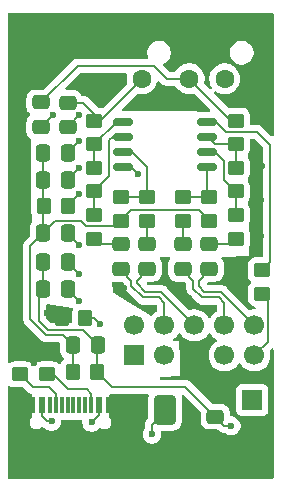
<source format=gbr>
%TF.GenerationSoftware,KiCad,Pcbnew,9.0.4*%
%TF.CreationDate,2025-09-28T00:51:41+02:00*%
%TF.ProjectId,BTM308-host-bottom,42544d33-3038-42d6-986f-73742d626f74,rev?*%
%TF.SameCoordinates,Original*%
%TF.FileFunction,Copper,L1,Top*%
%TF.FilePolarity,Positive*%
%FSLAX46Y46*%
G04 Gerber Fmt 4.6, Leading zero omitted, Abs format (unit mm)*
G04 Created by KiCad (PCBNEW 9.0.4) date 2025-09-28 00:51:41*
%MOMM*%
%LPD*%
G01*
G04 APERTURE LIST*
G04 Aperture macros list*
%AMRoundRect*
0 Rectangle with rounded corners*
0 $1 Rounding radius*
0 $2 $3 $4 $5 $6 $7 $8 $9 X,Y pos of 4 corners*
0 Add a 4 corners polygon primitive as box body*
4,1,4,$2,$3,$4,$5,$6,$7,$8,$9,$2,$3,0*
0 Add four circle primitives for the rounded corners*
1,1,$1+$1,$2,$3*
1,1,$1+$1,$4,$5*
1,1,$1+$1,$6,$7*
1,1,$1+$1,$8,$9*
0 Add four rect primitives between the rounded corners*
20,1,$1+$1,$2,$3,$4,$5,0*
20,1,$1+$1,$4,$5,$6,$7,0*
20,1,$1+$1,$6,$7,$8,$9,0*
20,1,$1+$1,$8,$9,$2,$3,0*%
G04 Aperture macros list end*
%TA.AperFunction,ComponentPad*%
%ADD10R,1.700000X1.700000*%
%TD*%
%TA.AperFunction,ComponentPad*%
%ADD11C,1.700000*%
%TD*%
%TA.AperFunction,SMDPad,CuDef*%
%ADD12RoundRect,0.250000X-0.337500X-0.475000X0.337500X-0.475000X0.337500X0.475000X-0.337500X0.475000X0*%
%TD*%
%TA.AperFunction,SMDPad,CuDef*%
%ADD13RoundRect,0.250000X0.450000X-0.350000X0.450000X0.350000X-0.450000X0.350000X-0.450000X-0.350000X0*%
%TD*%
%TA.AperFunction,SMDPad,CuDef*%
%ADD14RoundRect,0.250000X0.350000X0.450000X-0.350000X0.450000X-0.350000X-0.450000X0.350000X-0.450000X0*%
%TD*%
%TA.AperFunction,SMDPad,CuDef*%
%ADD15RoundRect,0.250000X-0.650000X1.000000X-0.650000X-1.000000X0.650000X-1.000000X0.650000X1.000000X0*%
%TD*%
%TA.AperFunction,SMDPad,CuDef*%
%ADD16RoundRect,0.162500X-0.650000X-0.162500X0.650000X-0.162500X0.650000X0.162500X-0.650000X0.162500X0*%
%TD*%
%TA.AperFunction,SMDPad,CuDef*%
%ADD17RoundRect,0.250000X-0.450000X0.350000X-0.450000X-0.350000X0.450000X-0.350000X0.450000X0.350000X0*%
%TD*%
%TA.AperFunction,SMDPad,CuDef*%
%ADD18RoundRect,0.250000X0.475000X-0.337500X0.475000X0.337500X-0.475000X0.337500X-0.475000X-0.337500X0*%
%TD*%
%TA.AperFunction,ComponentPad*%
%ADD19C,1.600000*%
%TD*%
%TA.AperFunction,SMDPad,CuDef*%
%ADD20RoundRect,0.250000X-0.350000X-0.450000X0.350000X-0.450000X0.350000X0.450000X-0.350000X0.450000X0*%
%TD*%
%TA.AperFunction,SMDPad,CuDef*%
%ADD21RoundRect,0.250000X-0.475000X0.337500X-0.475000X-0.337500X0.475000X-0.337500X0.475000X0.337500X0*%
%TD*%
%TA.AperFunction,SMDPad,CuDef*%
%ADD22RoundRect,0.250000X0.337500X0.475000X-0.337500X0.475000X-0.337500X-0.475000X0.337500X-0.475000X0*%
%TD*%
%TA.AperFunction,SMDPad,CuDef*%
%ADD23R,0.600000X1.450000*%
%TD*%
%TA.AperFunction,SMDPad,CuDef*%
%ADD24R,0.300000X1.450000*%
%TD*%
%TA.AperFunction,HeatsinkPad*%
%ADD25O,1.000000X2.100000*%
%TD*%
%TA.AperFunction,HeatsinkPad*%
%ADD26O,1.000000X1.600000*%
%TD*%
%TA.AperFunction,ViaPad*%
%ADD27C,0.600000*%
%TD*%
%TA.AperFunction,Conductor*%
%ADD28C,0.200000*%
%TD*%
G04 APERTURE END LIST*
D10*
%TO.P,J1,1,Pin_1*%
%TO.N,AGND*%
X155420000Y-85127500D03*
D11*
%TO.P,J1,2,Pin_2*%
X155420000Y-82587500D03*
%TO.P,J1,3,Pin_3*%
X157960000Y-85127500D03*
%TO.P,J1,4,Pin_4*%
%TO.N,/SPK_AN*%
X157960000Y-82587500D03*
%TO.P,J1,5,Pin_5*%
%TO.N,GND*%
X160500000Y-85127500D03*
%TO.P,J1,6,Pin_6*%
%TO.N,/SPK_AP*%
X160500000Y-82587500D03*
%TO.P,J1,7,Pin_7*%
%TO.N,/VCHG*%
X163040000Y-85127500D03*
%TO.P,J1,8,Pin_8*%
%TO.N,/SPK_BP*%
X163040000Y-82587500D03*
%TO.P,J1,9,Pin_9*%
%TO.N,/VBAT*%
X165580000Y-85127500D03*
%TO.P,J1,10,Pin_10*%
%TO.N,/SPK_BN*%
X165580000Y-82587500D03*
%TD*%
D12*
%TO.P,C5,1*%
%TO.N,/VREF*%
X147712500Y-70250000D03*
%TO.P,C5,2*%
%TO.N,AGND*%
X149787500Y-70250000D03*
%TD*%
D13*
%TO.P,R20,1*%
%TO.N,Net-(R20-Pad1)*%
X152000000Y-67250000D03*
%TO.P,R20,2*%
%TO.N,Net-(U3-Tip)*%
X152000000Y-65250000D03*
%TD*%
D14*
%TO.P,R16,1*%
%TO.N,/VBAT*%
X152250000Y-86500000D03*
%TO.P,R16,2*%
%TO.N,/VREF*%
X150250000Y-86500000D03*
%TD*%
D13*
%TO.P,R19,1*%
%TO.N,Net-(R12-Pad2)*%
X164000000Y-67250000D03*
%TO.P,R19,2*%
%TO.N,Net-(U3-Ring1)*%
X164000000Y-65250000D03*
%TD*%
D12*
%TO.P,C4,1*%
%TO.N,/VBAT*%
X147675000Y-77250000D03*
%TO.P,C4,2*%
%TO.N,AGND*%
X149750000Y-77250000D03*
%TD*%
D13*
%TO.P,R17,1*%
%TO.N,Net-(J2-CC1)*%
X145750000Y-86737500D03*
%TO.P,R17,2*%
%TO.N,GND*%
X145750000Y-84737500D03*
%TD*%
D12*
%TO.P,C3,1*%
%TO.N,/VBAT*%
X147675000Y-79500000D03*
%TO.P,C3,2*%
%TO.N,AGND*%
X149750000Y-79500000D03*
%TD*%
%TO.P,C12,1*%
%TO.N,/VREF*%
X150212500Y-84250000D03*
%TO.P,C12,2*%
%TO.N,/VBAT*%
X152287500Y-84250000D03*
%TD*%
D15*
%TO.P,D3,1,A1*%
%TO.N,/VCHG*%
X158000000Y-89737500D03*
%TO.P,D3,2,A2*%
%TO.N,GND*%
X158000000Y-93737500D03*
%TD*%
D16*
%TO.P,U2,1*%
%TO.N,Net-(R20-Pad1)*%
X154412500Y-65345000D03*
%TO.P,U2,2,-*%
%TO.N,Net-(U2A--)*%
X154412500Y-66615000D03*
%TO.P,U2,3,+*%
%TO.N,Net-(U2A-+)*%
X154412500Y-67885000D03*
%TO.P,U2,4,V-*%
%TO.N,AGND*%
X154412500Y-69155000D03*
%TO.P,U2,5,+*%
%TO.N,Net-(U2B-+)*%
X161587500Y-69155000D03*
%TO.P,U2,6,-*%
%TO.N,Net-(U2B--)*%
X161587500Y-67885000D03*
%TO.P,U2,7*%
%TO.N,Net-(R12-Pad2)*%
X161587500Y-66615000D03*
%TO.P,U2,8,V+*%
%TO.N,Net-(U2C-V+)*%
X161587500Y-65345000D03*
%TD*%
D17*
%TO.P,R9,1*%
%TO.N,Net-(U2A-+)*%
X154250000Y-71750000D03*
%TO.P,R9,2*%
%TO.N,/VREF*%
X154250000Y-73750000D03*
%TD*%
D13*
%TO.P,R6,1*%
%TO.N,Net-(C7-Pad2)*%
X152000000Y-75250000D03*
%TO.P,R6,2*%
%TO.N,Net-(U2A--)*%
X152000000Y-73250000D03*
%TD*%
%TO.P,R7,1*%
%TO.N,Net-(C8-Pad2)*%
X156500000Y-73750000D03*
%TO.P,R7,2*%
%TO.N,Net-(U2A-+)*%
X156500000Y-71750000D03*
%TD*%
D17*
%TO.P,R13,1*%
%TO.N,Net-(U2B-+)*%
X161750000Y-71750000D03*
%TO.P,R13,2*%
%TO.N,/VREF*%
X161750000Y-73750000D03*
%TD*%
D10*
%TO.P,J4,1,Pin_1*%
%TO.N,GND*%
X165400000Y-93800000D03*
%TD*%
D13*
%TO.P,R10,1*%
%TO.N,Net-(C6-Pad2)*%
X164000000Y-75250000D03*
%TO.P,R10,2*%
%TO.N,Net-(U2B--)*%
X164000000Y-73250000D03*
%TD*%
D10*
%TO.P,J3,1,Pin_1*%
%TO.N,/VBAT*%
X165400000Y-88900000D03*
%TD*%
D18*
%TO.P,C8,1*%
%TO.N,/SPK_AP*%
X156500000Y-77787500D03*
%TO.P,C8,2*%
%TO.N,Net-(C8-Pad2)*%
X156500000Y-75712500D03*
%TD*%
D19*
%TO.P,U3,1,Sleeve*%
%TO.N,GND*%
X155050000Y-57300000D03*
%TO.P,U3,2,Tip*%
%TO.N,Net-(U3-Tip)*%
X156050000Y-61700000D03*
%TO.P,U3,3,Ring1*%
%TO.N,Net-(U3-Ring1)*%
X160050000Y-61700000D03*
%TO.P,U3,4,Ring2*%
%TO.N,unconnected-(U3-Ring2-Pad4)*%
X163050000Y-61700000D03*
%TD*%
D18*
%TO.P,C6,1*%
%TO.N,/SPK_BN*%
X161750000Y-77787500D03*
%TO.P,C6,2*%
%TO.N,Net-(C6-Pad2)*%
X161750000Y-75712500D03*
%TD*%
D12*
%TO.P,C10,1*%
%TO.N,/VREF*%
X147712500Y-68000000D03*
%TO.P,C10,2*%
%TO.N,AGND*%
X149787500Y-68000000D03*
%TD*%
D13*
%TO.P,R11,1*%
%TO.N,Net-(C9-Pad2)*%
X159500000Y-73750000D03*
%TO.P,R11,2*%
%TO.N,Net-(U2B-+)*%
X159500000Y-71750000D03*
%TD*%
D20*
%TO.P,R15,1*%
%TO.N,/VREF*%
X147750000Y-72500000D03*
%TO.P,R15,2*%
%TO.N,AGND*%
X149750000Y-72500000D03*
%TD*%
D18*
%TO.P,C11,1*%
%TO.N,AGND*%
X147500000Y-65787500D03*
%TO.P,C11,2*%
%TO.N,Net-(U3-Ring1)*%
X147500000Y-63712500D03*
%TD*%
D21*
%TO.P,C1,1*%
%TO.N,/VBAT*%
X162250000Y-90312500D03*
%TO.P,C1,2*%
%TO.N,GND*%
X162250000Y-92387500D03*
%TD*%
D18*
%TO.P,C7,1*%
%TO.N,/SPK_AN*%
X154250000Y-77787500D03*
%TO.P,C7,2*%
%TO.N,Net-(C7-Pad2)*%
X154250000Y-75712500D03*
%TD*%
D22*
%TO.P,C13,1*%
%TO.N,AGND*%
X149750000Y-74750000D03*
%TO.P,C13,2*%
%TO.N,/VREF*%
X147675000Y-74750000D03*
%TD*%
D13*
%TO.P,R8,1*%
%TO.N,Net-(U2A--)*%
X152000000Y-71250000D03*
%TO.P,R8,2*%
%TO.N,Net-(R20-Pad1)*%
X152000000Y-69250000D03*
%TD*%
%TO.P,R12,1*%
%TO.N,Net-(U2B--)*%
X164000000Y-71250000D03*
%TO.P,R12,2*%
%TO.N,Net-(R12-Pad2)*%
X164000000Y-69250000D03*
%TD*%
D20*
%TO.P,R14,1*%
%TO.N,GND*%
X149250000Y-82000000D03*
%TO.P,R14,2*%
%TO.N,AGND*%
X151250000Y-82000000D03*
%TD*%
D18*
%TO.P,C9,1*%
%TO.N,/SPK_BP*%
X159500000Y-77787500D03*
%TO.P,C9,2*%
%TO.N,Net-(C9-Pad2)*%
X159500000Y-75712500D03*
%TD*%
D13*
%TO.P,R18,1*%
%TO.N,Net-(J2-CC2)*%
X148000000Y-86737500D03*
%TO.P,R18,2*%
%TO.N,GND*%
X148000000Y-84737500D03*
%TD*%
%TO.P,R21,1*%
%TO.N,/VBAT*%
X166200000Y-79900000D03*
%TO.P,R21,2*%
%TO.N,Net-(U2C-V+)*%
X166200000Y-77900000D03*
%TD*%
D23*
%TO.P,J2,A1,GND*%
%TO.N,GND*%
X146750000Y-89352500D03*
%TO.P,J2,A4,VBUS*%
%TO.N,/VCHG*%
X147550000Y-89352500D03*
D24*
%TO.P,J2,A5,CC1*%
%TO.N,Net-(J2-CC1)*%
X148750000Y-89352500D03*
%TO.P,J2,A6,D+*%
%TO.N,unconnected-(J2-D+-PadA6)*%
X149750000Y-89352500D03*
%TO.P,J2,A7,D-*%
%TO.N,unconnected-(J2-D--PadA7)*%
X150250000Y-89352500D03*
%TO.P,J2,A8,SBU1*%
%TO.N,unconnected-(J2-SBU1-PadA8)*%
X151250000Y-89352500D03*
D23*
%TO.P,J2,A9,VBUS*%
%TO.N,/VCHG*%
X152450000Y-89352500D03*
%TO.P,J2,A12,GND*%
%TO.N,GND*%
X153250000Y-89352500D03*
%TO.P,J2,B1,GND*%
X153250000Y-89352500D03*
%TO.P,J2,B4,VBUS*%
%TO.N,/VCHG*%
X152450000Y-89352500D03*
D24*
%TO.P,J2,B5,CC2*%
%TO.N,Net-(J2-CC2)*%
X151750000Y-89352500D03*
%TO.P,J2,B6,D+*%
%TO.N,unconnected-(J2-D+-PadB6)*%
X150750000Y-89352500D03*
%TO.P,J2,B7,D-*%
%TO.N,unconnected-(J2-D--PadB7)*%
X149250000Y-89352500D03*
%TO.P,J2,B8,SBU2*%
%TO.N,unconnected-(J2-SBU2-PadB8)*%
X148250000Y-89352500D03*
D23*
%TO.P,J2,B9,VBUS*%
%TO.N,/VCHG*%
X147550000Y-89352500D03*
%TO.P,J2,B12,GND*%
%TO.N,GND*%
X146750000Y-89352500D03*
D25*
%TO.P,J2,S1,SHIELD*%
X145680000Y-90267500D03*
D26*
X145680000Y-94447500D03*
D25*
X154320000Y-90267500D03*
D26*
X154320000Y-94447500D03*
%TD*%
D18*
%TO.P,C2,1*%
%TO.N,AGND*%
X149750000Y-65825000D03*
%TO.P,C2,2*%
%TO.N,Net-(U3-Tip)*%
X149750000Y-63750000D03*
%TD*%
D27*
%TO.N,GND*%
X153300000Y-59500000D03*
X164600000Y-63400000D03*
X157400000Y-63400000D03*
X154500000Y-79400000D03*
X146500000Y-60000000D03*
X145500000Y-76300000D03*
X145500000Y-81100000D03*
X145500000Y-83500000D03*
X145500000Y-71000000D03*
X156200000Y-95000000D03*
X160800000Y-91600000D03*
X166100000Y-62300000D03*
X147500000Y-57600000D03*
X145400000Y-73700000D03*
X160000000Y-80300000D03*
X163700000Y-87300000D03*
X160200000Y-95000000D03*
X166400000Y-64500000D03*
X166700000Y-57500000D03*
X151600000Y-61800000D03*
X166100000Y-72000000D03*
X148000000Y-92700000D03*
X166200000Y-69100000D03*
X150300000Y-91200000D03*
X145300000Y-68400000D03*
X162400000Y-59100000D03*
X166600000Y-59500000D03*
X164500000Y-79700000D03*
X159500000Y-63400000D03*
X146900000Y-85800000D03*
X155900000Y-89700000D03*
X150300000Y-58000000D03*
X166000000Y-91700000D03*
X145500000Y-92400000D03*
X166100000Y-75000000D03*
X163400000Y-93800000D03*
X162300000Y-57400000D03*
X159000000Y-91800000D03*
X152800000Y-95000000D03*
X145300000Y-62400000D03*
X147900000Y-95000000D03*
X164700000Y-57500000D03*
X154500000Y-92500000D03*
X162800000Y-88500000D03*
X148000000Y-81500000D03*
X159800000Y-57500000D03*
X163800000Y-78400000D03*
X152700000Y-62600000D03*
X150100000Y-93100000D03*
X150500000Y-95000000D03*
X159300000Y-59200000D03*
X145400000Y-65200000D03*
X152400000Y-93000000D03*
X158900000Y-79200000D03*
X163300000Y-95000000D03*
X145500000Y-78600000D03*
X161500000Y-87400000D03*
X148700000Y-59600000D03*
X161200000Y-94100000D03*
X145600000Y-57800000D03*
X165200000Y-61100000D03*
X157400000Y-57300000D03*
X152700000Y-57500000D03*
%TO.N,/VCHG*%
X148400000Y-90700000D03*
X156900000Y-91800000D03*
X151800000Y-90800000D03*
%TO.N,/VBAT*%
X163600000Y-91100000D03*
%TO.N,AGND*%
X148500000Y-64750000D03*
X155750000Y-69750000D03*
X150750000Y-67000000D03*
X150750000Y-78250000D03*
X152500000Y-82500000D03*
X150750000Y-69250000D03*
X150750000Y-64750000D03*
X150750000Y-71500000D03*
X150750000Y-80500000D03*
X150750000Y-75750000D03*
%TD*%
D28*
%TO.N,GND*%
X148500000Y-82000000D02*
X149250000Y-82000000D01*
X146900000Y-85800000D02*
X146937500Y-85800000D01*
X160800000Y-91600000D02*
X160900000Y-91500000D01*
X145835000Y-90267500D02*
X146750000Y-89352500D01*
X161225000Y-91500000D02*
X162112500Y-92387500D01*
X145750000Y-84737500D02*
X145750000Y-83750000D01*
X162112500Y-92387500D02*
X162250000Y-92387500D01*
X160900000Y-91500000D02*
X161225000Y-91500000D01*
X145750000Y-83750000D02*
X145500000Y-83500000D01*
X148000000Y-81500000D02*
X148500000Y-82000000D01*
X158000000Y-92800000D02*
X158000000Y-93737500D01*
X153250000Y-89352500D02*
X153405000Y-89352500D01*
X145680000Y-90267500D02*
X145835000Y-90267500D01*
X146937500Y-85800000D02*
X148000000Y-84737500D01*
X159000000Y-91800000D02*
X158000000Y-92800000D01*
X153405000Y-89352500D02*
X154320000Y-90267500D01*
%TO.N,/VCHG*%
X152450000Y-89352500D02*
X152450000Y-90150000D01*
X152450000Y-90150000D02*
X151800000Y-90800000D01*
X147550000Y-89352500D02*
X147550000Y-90277500D01*
X158000000Y-89900000D02*
X158000000Y-89737500D01*
X147550000Y-90277500D02*
X147972500Y-90700000D01*
X147972500Y-90700000D02*
X148400000Y-90700000D01*
X156900000Y-91000000D02*
X158000000Y-89900000D01*
X156900000Y-91800000D02*
X156900000Y-91000000D01*
%TO.N,/SPK_AN*%
X157501103Y-80225000D02*
X156156802Y-80225000D01*
X154250000Y-77925000D02*
X154250000Y-77787500D01*
X155150000Y-78825000D02*
X154250000Y-77925000D01*
X156156802Y-80225000D02*
X155150000Y-79218198D01*
X157960000Y-82587500D02*
X157960000Y-80683897D01*
X155150000Y-79218198D02*
X155150000Y-78825000D01*
X157960000Y-80683897D02*
X157501103Y-80225000D01*
%TO.N,/VBAT*%
X165580000Y-85127500D02*
X166731000Y-83976500D01*
X166731000Y-80431000D02*
X166200000Y-79900000D01*
X147675000Y-79500000D02*
X147675000Y-77250000D01*
X148101000Y-83001000D02*
X147300000Y-82200000D01*
X152250000Y-84287500D02*
X152287500Y-84250000D01*
X147300000Y-82200000D02*
X147300000Y-79875000D01*
X163037500Y-91100000D02*
X162250000Y-90312500D01*
X159737500Y-87800000D02*
X153550000Y-87800000D01*
X162250000Y-90312500D02*
X159737500Y-87800000D01*
X152250000Y-86500000D02*
X152250000Y-84287500D01*
X166731000Y-83976500D02*
X166731000Y-80431000D01*
X152287500Y-84250000D02*
X151038500Y-83001000D01*
X147300000Y-79875000D02*
X147675000Y-79500000D01*
X151038500Y-83001000D02*
X148101000Y-83001000D01*
X163600000Y-91100000D02*
X163037500Y-91100000D01*
X153550000Y-87800000D02*
X152250000Y-86500000D01*
%TO.N,/SPK_AP*%
X157687500Y-79775000D02*
X156343198Y-79775000D01*
X155600000Y-78825000D02*
X156500000Y-77925000D01*
X156343198Y-79775000D02*
X155600000Y-79031802D01*
X156500000Y-77925000D02*
X156500000Y-77787500D01*
X155600000Y-79031802D02*
X155600000Y-78825000D01*
X160500000Y-82587500D02*
X157687500Y-79775000D01*
%TO.N,/SPK_BP*%
X163040000Y-82587500D02*
X163040000Y-80683897D01*
X159500000Y-77925000D02*
X159500000Y-77787500D01*
X160400000Y-79468198D02*
X160400000Y-78825000D01*
X162581103Y-80225000D02*
X161156802Y-80225000D01*
X161156802Y-80225000D02*
X160400000Y-79468198D01*
X160400000Y-78825000D02*
X159500000Y-77925000D01*
X163040000Y-80683897D02*
X162581103Y-80225000D01*
%TO.N,/SPK_BN*%
X161750000Y-77925000D02*
X161750000Y-77787500D01*
X162767500Y-79775000D02*
X161343198Y-79775000D01*
X161343198Y-79775000D02*
X160850000Y-79281802D01*
X165580000Y-82587500D02*
X162767500Y-79775000D01*
X160850000Y-78825000D02*
X161750000Y-77925000D01*
X160850000Y-79281802D02*
X160850000Y-78825000D01*
%TO.N,AGND*%
X151250000Y-82000000D02*
X152000000Y-82000000D01*
X149787500Y-68000000D02*
X149787500Y-67962500D01*
X149750000Y-65825000D02*
X149750000Y-65750000D01*
X149750000Y-72500000D02*
X150750000Y-71500000D01*
X149750000Y-77250000D02*
X150750000Y-78250000D01*
X149750000Y-74750000D02*
X150750000Y-75750000D01*
X149750000Y-79500000D02*
X150750000Y-80500000D01*
X147500000Y-65787500D02*
X147500000Y-65750000D01*
X149787500Y-70250000D02*
X149787500Y-70212500D01*
X149787500Y-67962500D02*
X150750000Y-67000000D01*
X147500000Y-65750000D02*
X148500000Y-64750000D01*
X149787500Y-70212500D02*
X150750000Y-69250000D01*
X149750000Y-65750000D02*
X150750000Y-64750000D01*
X154412500Y-69155000D02*
X155155000Y-69155000D01*
X152000000Y-82000000D02*
X152500000Y-82500000D01*
X155155000Y-69155000D02*
X155750000Y-69750000D01*
%TO.N,/VREF*%
X151314840Y-74151000D02*
X153849000Y-74151000D01*
X148701000Y-73724000D02*
X150887840Y-73724000D01*
X146600000Y-75825000D02*
X147675000Y-74750000D01*
X147675000Y-74750000D02*
X148701000Y-73724000D01*
X154250000Y-73750000D02*
X155151000Y-72849000D01*
X160849000Y-72849000D02*
X161750000Y-73750000D01*
X147675000Y-74750000D02*
X147675000Y-68037500D01*
X150250000Y-86500000D02*
X150250000Y-84287500D01*
X150887840Y-73724000D02*
X151314840Y-74151000D01*
X147675000Y-68037500D02*
X147712500Y-68000000D01*
X147934900Y-83402000D02*
X146600000Y-82067100D01*
X153849000Y-74151000D02*
X154250000Y-73750000D01*
X150212500Y-84250000D02*
X149364500Y-83402000D01*
X150250000Y-84287500D02*
X150212500Y-84250000D01*
X146600000Y-82067100D02*
X146600000Y-75825000D01*
X155151000Y-72849000D02*
X160849000Y-72849000D01*
X149364500Y-83402000D02*
X147934900Y-83402000D01*
%TO.N,Net-(C6-Pad2)*%
X163537500Y-75712500D02*
X164000000Y-75250000D01*
X161750000Y-75712500D02*
X163537500Y-75712500D01*
%TO.N,Net-(C7-Pad2)*%
X154250000Y-75712500D02*
X152462500Y-75712500D01*
X152462500Y-75712500D02*
X152000000Y-75250000D01*
%TO.N,Net-(C8-Pad2)*%
X156500000Y-75712500D02*
X156500000Y-73750000D01*
%TO.N,Net-(C9-Pad2)*%
X159500000Y-75712500D02*
X159500000Y-73750000D01*
%TO.N,Net-(J2-CC1)*%
X148174500Y-87800000D02*
X148750000Y-88375500D01*
X148750000Y-88375500D02*
X148750000Y-89352500D01*
X145750000Y-86737500D02*
X146812500Y-87800000D01*
X146812500Y-87800000D02*
X148174500Y-87800000D01*
%TO.N,Net-(J2-CC2)*%
X149750000Y-88000000D02*
X151374500Y-88000000D01*
X151374500Y-88000000D02*
X151750000Y-88375500D01*
X151750000Y-88375500D02*
X151750000Y-89352500D01*
X148487500Y-86737500D02*
X149750000Y-88000000D01*
X148000000Y-86737500D02*
X148487500Y-86737500D01*
%TO.N,Net-(U2A--)*%
X153299000Y-69951000D02*
X153299000Y-66916001D01*
X152000000Y-71250000D02*
X153299000Y-69951000D01*
X153299000Y-66916001D02*
X153600001Y-66615000D01*
X153600001Y-66615000D02*
X154412500Y-66615000D01*
X152000000Y-73250000D02*
X152000000Y-71250000D01*
%TO.N,Net-(U2A-+)*%
X156500000Y-71750000D02*
X154250000Y-71750000D01*
X154412500Y-67885000D02*
X155224999Y-67885000D01*
X155224999Y-67885000D02*
X156500000Y-69160001D01*
X156500000Y-69160001D02*
X156500000Y-71750000D01*
%TO.N,Net-(R20-Pad1)*%
X153905000Y-65345000D02*
X154412500Y-65345000D01*
X152000000Y-69250000D02*
X152000000Y-67250000D01*
X152000000Y-67250000D02*
X153905000Y-65345000D01*
%TO.N,Net-(U2B--)*%
X162219160Y-67885000D02*
X162999000Y-68664840D01*
X164000000Y-73250000D02*
X164000000Y-71250000D01*
X162999000Y-70249000D02*
X164000000Y-71250000D01*
X161587500Y-67885000D02*
X162219160Y-67885000D01*
X162999000Y-68664840D02*
X162999000Y-70249000D01*
%TO.N,Net-(U2B-+)*%
X161587500Y-69155000D02*
X161587500Y-71587500D01*
X159500000Y-71750000D02*
X161750000Y-71750000D01*
X161587500Y-71587500D02*
X161750000Y-71750000D01*
%TO.N,Net-(R12-Pad2)*%
X162222500Y-67250000D02*
X161587500Y-66615000D01*
X164000000Y-67250000D02*
X162222500Y-67250000D01*
X164000000Y-69250000D02*
X164000000Y-67250000D01*
%TO.N,Net-(U3-Tip)*%
X151100000Y-63750000D02*
X152000000Y-64650000D01*
X152000000Y-64650000D02*
X152000000Y-65250000D01*
X152500000Y-65250000D02*
X156050000Y-61700000D01*
X152000000Y-65250000D02*
X152500000Y-65250000D01*
X149750000Y-63750000D02*
X151100000Y-63750000D01*
%TO.N,Net-(U3-Ring1)*%
X158142951Y-61700000D02*
X160050000Y-61700000D01*
X163600000Y-65250000D02*
X160050000Y-61700000D01*
X150613500Y-60599000D02*
X157041951Y-60599000D01*
X147500000Y-63712500D02*
X150613500Y-60599000D01*
X157041951Y-60599000D02*
X158142951Y-61700000D01*
X164000000Y-65250000D02*
X163600000Y-65250000D01*
%TO.N,Net-(U2C-V+)*%
X166900000Y-67300000D02*
X165800000Y-66200000D01*
X166200000Y-77900000D02*
X166900000Y-77200000D01*
X163200000Y-66200000D02*
X162345000Y-65345000D01*
X166900000Y-77200000D02*
X166900000Y-67300000D01*
X162345000Y-65345000D02*
X161587500Y-65345000D01*
X165800000Y-66200000D02*
X163200000Y-66200000D01*
%TD*%
%TA.AperFunction,Conductor*%
%TO.N,GND*%
G36*
X161841444Y-83241499D02*
G01*
X161880486Y-83286556D01*
X161884951Y-83295320D01*
X162009890Y-83467286D01*
X162160213Y-83617609D01*
X162332182Y-83742550D01*
X162340946Y-83747016D01*
X162391742Y-83794991D01*
X162408536Y-83862812D01*
X162385998Y-83928947D01*
X162340946Y-83967984D01*
X162332182Y-83972449D01*
X162160213Y-84097390D01*
X162009890Y-84247713D01*
X161884951Y-84419679D01*
X161788444Y-84609085D01*
X161722753Y-84811260D01*
X161689500Y-85021213D01*
X161689500Y-85233786D01*
X161702792Y-85317712D01*
X161722754Y-85443743D01*
X161785547Y-85637000D01*
X161788444Y-85645914D01*
X161884951Y-85835320D01*
X162009890Y-86007286D01*
X162160213Y-86157609D01*
X162332179Y-86282548D01*
X162332181Y-86282549D01*
X162332184Y-86282551D01*
X162521588Y-86379057D01*
X162723757Y-86444746D01*
X162933713Y-86478000D01*
X162933714Y-86478000D01*
X163146286Y-86478000D01*
X163146287Y-86478000D01*
X163356243Y-86444746D01*
X163558412Y-86379057D01*
X163747816Y-86282551D01*
X163769789Y-86266586D01*
X163919786Y-86157609D01*
X163919788Y-86157606D01*
X163919792Y-86157604D01*
X164070104Y-86007292D01*
X164070106Y-86007288D01*
X164070109Y-86007286D01*
X164195048Y-85835320D01*
X164195047Y-85835320D01*
X164195051Y-85835316D01*
X164199514Y-85826554D01*
X164247488Y-85775759D01*
X164315308Y-85758963D01*
X164381444Y-85781499D01*
X164420486Y-85826556D01*
X164424951Y-85835320D01*
X164549890Y-86007286D01*
X164700213Y-86157609D01*
X164872179Y-86282548D01*
X164872181Y-86282549D01*
X164872184Y-86282551D01*
X165061588Y-86379057D01*
X165263757Y-86444746D01*
X165473713Y-86478000D01*
X165473714Y-86478000D01*
X165686286Y-86478000D01*
X165686287Y-86478000D01*
X165896243Y-86444746D01*
X166098412Y-86379057D01*
X166287816Y-86282551D01*
X166309789Y-86266586D01*
X166459786Y-86157609D01*
X166459788Y-86157606D01*
X166459792Y-86157604D01*
X166610104Y-86007292D01*
X166610106Y-86007288D01*
X166610109Y-86007286D01*
X166735048Y-85835320D01*
X166735047Y-85835320D01*
X166735051Y-85835316D01*
X166831557Y-85645912D01*
X166897246Y-85443743D01*
X166930500Y-85233787D01*
X166930500Y-85021213D01*
X166897246Y-84811257D01*
X166883506Y-84768973D01*
X166881512Y-84699135D01*
X166913754Y-84642979D01*
X166986882Y-84569851D01*
X167048204Y-84536369D01*
X167117895Y-84541354D01*
X167173829Y-84583225D01*
X167198245Y-84648690D01*
X167198561Y-84657535D01*
X167198561Y-95476786D01*
X167178876Y-95543825D01*
X167126072Y-95589580D01*
X167074561Y-95600786D01*
X144824500Y-95600786D01*
X144757461Y-95581101D01*
X144711706Y-95528297D01*
X144700500Y-95476786D01*
X144700500Y-87821681D01*
X144720185Y-87754642D01*
X144772989Y-87708887D01*
X144842147Y-87698943D01*
X144889594Y-87716141D01*
X144980666Y-87772314D01*
X145147203Y-87827499D01*
X145249991Y-87838000D01*
X145949902Y-87837999D01*
X146016941Y-87857683D01*
X146037583Y-87874318D01*
X146327639Y-88164374D01*
X146327649Y-88164385D01*
X146331979Y-88168715D01*
X146331980Y-88168716D01*
X146443784Y-88280520D01*
X146530595Y-88330639D01*
X146580715Y-88359577D01*
X146671769Y-88383975D01*
X146678065Y-88386423D01*
X146700598Y-88403781D01*
X146724886Y-88418586D01*
X146727918Y-88424828D01*
X146733415Y-88429063D01*
X146742985Y-88455845D01*
X146755415Y-88481433D01*
X146755713Y-88491465D01*
X146756926Y-88494858D01*
X146755941Y-88499102D01*
X146756422Y-88515251D01*
X146755909Y-88520014D01*
X146755909Y-88520017D01*
X146749500Y-88579627D01*
X146749500Y-88579634D01*
X146749500Y-88579635D01*
X146749500Y-90125370D01*
X146749501Y-90125376D01*
X146755908Y-90184981D01*
X146769550Y-90221557D01*
X146774533Y-90291249D01*
X146741049Y-90352569D01*
X146649488Y-90444131D01*
X146649485Y-90444135D01*
X146573719Y-90575363D01*
X146553590Y-90650487D01*
X146534500Y-90721734D01*
X146534500Y-90873266D01*
X146547275Y-90920943D01*
X146573719Y-91019636D01*
X146595194Y-91056831D01*
X146649485Y-91150865D01*
X146756635Y-91258015D01*
X146887865Y-91333781D01*
X147034234Y-91373000D01*
X147034236Y-91373000D01*
X147185764Y-91373000D01*
X147185766Y-91373000D01*
X147332135Y-91333781D01*
X147463365Y-91258015D01*
X147496612Y-91224767D01*
X147521050Y-91211422D01*
X147543732Y-91195270D01*
X147551290Y-91194909D01*
X147557932Y-91191283D01*
X147585704Y-91193269D01*
X147613522Y-91191943D01*
X147623605Y-91195979D01*
X147627624Y-91196267D01*
X147646288Y-91205060D01*
X147655344Y-91210288D01*
X147678286Y-91223533D01*
X147678289Y-91223536D01*
X147678289Y-91223535D01*
X147740715Y-91259577D01*
X147827171Y-91282742D01*
X147882757Y-91314836D01*
X147889707Y-91321786D01*
X147889711Y-91321789D01*
X148020814Y-91409390D01*
X148020827Y-91409397D01*
X148153555Y-91464374D01*
X148166503Y-91469737D01*
X148258307Y-91487998D01*
X148321153Y-91500499D01*
X148321156Y-91500500D01*
X148321158Y-91500500D01*
X148478844Y-91500500D01*
X148478845Y-91500499D01*
X148633497Y-91469737D01*
X148751592Y-91420821D01*
X148779172Y-91409397D01*
X148779172Y-91409396D01*
X148779179Y-91409394D01*
X148910289Y-91321789D01*
X149021789Y-91210289D01*
X149109394Y-91079179D01*
X149169737Y-90933497D01*
X149200500Y-90778842D01*
X149200500Y-90701999D01*
X149202559Y-90694983D01*
X149201318Y-90687777D01*
X149212272Y-90661907D01*
X149220185Y-90634960D01*
X149225710Y-90630172D01*
X149228562Y-90623438D01*
X149251763Y-90607597D01*
X149272989Y-90589205D01*
X149281645Y-90587195D01*
X149286265Y-90584041D01*
X149314333Y-90579605D01*
X149321046Y-90578047D01*
X149322769Y-90577999D01*
X149447872Y-90577999D01*
X149491639Y-90573293D01*
X149496547Y-90573157D01*
X149499062Y-90573820D01*
X149513252Y-90573820D01*
X149552127Y-90578000D01*
X149947872Y-90577999D01*
X149947873Y-90577998D01*
X149947885Y-90577998D01*
X149986744Y-90573820D01*
X150013252Y-90573820D01*
X150052127Y-90578000D01*
X150447872Y-90577999D01*
X150447873Y-90577998D01*
X150447885Y-90577998D01*
X150486744Y-90573820D01*
X150513252Y-90573820D01*
X150552127Y-90578000D01*
X150876881Y-90577999D01*
X150943920Y-90597683D01*
X150989675Y-90650487D01*
X150998948Y-90714981D01*
X151000097Y-90715095D01*
X150999500Y-90721157D01*
X150999500Y-90878846D01*
X151030261Y-91033489D01*
X151030264Y-91033501D01*
X151090602Y-91179172D01*
X151090609Y-91179185D01*
X151178210Y-91310288D01*
X151178213Y-91310292D01*
X151289707Y-91421786D01*
X151289711Y-91421789D01*
X151420814Y-91509390D01*
X151420827Y-91509397D01*
X151558683Y-91566498D01*
X151566503Y-91569737D01*
X151721153Y-91600499D01*
X151721156Y-91600500D01*
X151721158Y-91600500D01*
X151878844Y-91600500D01*
X151878845Y-91600499D01*
X152033497Y-91569737D01*
X152179179Y-91509394D01*
X152310289Y-91421789D01*
X152359079Y-91372999D01*
X152426097Y-91305982D01*
X152427144Y-91307029D01*
X152478803Y-91271828D01*
X152548648Y-91269946D01*
X152578926Y-91282432D01*
X152667865Y-91333781D01*
X152814234Y-91373000D01*
X152814236Y-91373000D01*
X152965764Y-91373000D01*
X152965766Y-91373000D01*
X153112135Y-91333781D01*
X153243365Y-91258015D01*
X153350515Y-91150865D01*
X153426281Y-91019635D01*
X153465500Y-90873266D01*
X153465500Y-90721734D01*
X153426281Y-90575365D01*
X153350515Y-90444135D01*
X153258951Y-90352571D01*
X153225466Y-90291248D01*
X153230450Y-90221556D01*
X153230926Y-90220278D01*
X153244091Y-90184983D01*
X153250500Y-90125373D01*
X153250499Y-88579628D01*
X153244091Y-88520017D01*
X153243467Y-88514211D01*
X153255874Y-88445452D01*
X153303485Y-88394315D01*
X153371185Y-88377037D01*
X153398846Y-88381182D01*
X153470943Y-88400501D01*
X153470945Y-88400501D01*
X153636654Y-88400501D01*
X153636670Y-88400500D01*
X156499320Y-88400500D01*
X156566359Y-88420185D01*
X156612114Y-88472989D01*
X156622058Y-88542147D01*
X156617026Y-88563504D01*
X156610001Y-88584703D01*
X156610000Y-88584704D01*
X156599500Y-88687483D01*
X156599500Y-90399902D01*
X156579815Y-90466941D01*
X156563181Y-90487583D01*
X156419481Y-90631282D01*
X156419479Y-90631285D01*
X156379804Y-90700006D01*
X156379803Y-90700007D01*
X156340423Y-90768214D01*
X156340423Y-90768215D01*
X156299499Y-90920943D01*
X156299499Y-90920945D01*
X156299499Y-91089046D01*
X156299500Y-91089059D01*
X156299500Y-91220234D01*
X156279815Y-91287273D01*
X156278602Y-91289125D01*
X156190609Y-91420814D01*
X156190602Y-91420827D01*
X156130264Y-91566498D01*
X156130261Y-91566510D01*
X156099500Y-91721153D01*
X156099500Y-91878846D01*
X156130261Y-92033489D01*
X156130264Y-92033501D01*
X156190602Y-92179172D01*
X156190609Y-92179185D01*
X156278210Y-92310288D01*
X156278213Y-92310292D01*
X156389707Y-92421786D01*
X156389711Y-92421789D01*
X156520814Y-92509390D01*
X156520827Y-92509397D01*
X156666498Y-92569735D01*
X156666503Y-92569737D01*
X156821153Y-92600499D01*
X156821156Y-92600500D01*
X156821158Y-92600500D01*
X156978844Y-92600500D01*
X156978845Y-92600499D01*
X157133497Y-92569737D01*
X157279179Y-92509394D01*
X157410289Y-92421789D01*
X157521789Y-92310289D01*
X157609394Y-92179179D01*
X157669737Y-92033497D01*
X157700500Y-91878842D01*
X157700500Y-91721158D01*
X157700500Y-91721155D01*
X157683599Y-91636191D01*
X157689826Y-91566599D01*
X157732689Y-91511422D01*
X157798578Y-91488177D01*
X157805216Y-91487999D01*
X158700002Y-91487999D01*
X158700008Y-91487999D01*
X158802797Y-91477499D01*
X158969334Y-91422314D01*
X159118656Y-91330212D01*
X159242712Y-91206156D01*
X159334814Y-91056834D01*
X159389999Y-90890297D01*
X159400500Y-90787509D01*
X159400499Y-88687492D01*
X159393224Y-88616279D01*
X159405993Y-88547589D01*
X159453874Y-88496704D01*
X159521663Y-88479783D01*
X159587840Y-88502198D01*
X159604263Y-88515998D01*
X160988181Y-89899916D01*
X161021666Y-89961239D01*
X161024500Y-89987597D01*
X161024500Y-90700001D01*
X161024500Y-90700005D01*
X161024501Y-90700008D01*
X161026031Y-90714981D01*
X161035000Y-90802796D01*
X161035001Y-90802799D01*
X161074151Y-90920943D01*
X161090186Y-90969334D01*
X161182288Y-91118656D01*
X161306344Y-91242712D01*
X161455666Y-91334814D01*
X161622203Y-91389999D01*
X161724991Y-91400500D01*
X162437402Y-91400499D01*
X162466848Y-91409145D01*
X162496829Y-91415667D01*
X162501842Y-91419419D01*
X162504441Y-91420183D01*
X162525083Y-91436818D01*
X162552639Y-91464374D01*
X162552649Y-91464385D01*
X162556979Y-91468715D01*
X162556980Y-91468716D01*
X162668784Y-91580520D01*
X162720345Y-91610288D01*
X162755595Y-91630639D01*
X162755597Y-91630641D01*
X162793651Y-91652611D01*
X162805715Y-91659577D01*
X162958443Y-91700500D01*
X163020234Y-91700500D01*
X163087273Y-91720185D01*
X163089125Y-91721398D01*
X163220814Y-91809390D01*
X163220827Y-91809397D01*
X163366498Y-91869735D01*
X163366503Y-91869737D01*
X163521153Y-91900499D01*
X163521156Y-91900500D01*
X163521158Y-91900500D01*
X163678844Y-91900500D01*
X163678845Y-91900499D01*
X163833497Y-91869737D01*
X163979179Y-91809394D01*
X164110289Y-91721789D01*
X164221789Y-91610289D01*
X164309394Y-91479179D01*
X164369737Y-91333497D01*
X164400500Y-91178842D01*
X164400500Y-91021158D01*
X164400500Y-91021155D01*
X164400499Y-91021153D01*
X164374470Y-90890297D01*
X164369737Y-90866503D01*
X164343350Y-90802799D01*
X164309397Y-90720827D01*
X164309390Y-90720814D01*
X164221789Y-90589711D01*
X164221786Y-90589707D01*
X164110292Y-90478213D01*
X164110288Y-90478210D01*
X163979185Y-90390609D01*
X163979172Y-90390602D01*
X163833501Y-90330264D01*
X163833489Y-90330261D01*
X163678845Y-90299500D01*
X163678842Y-90299500D01*
X163599499Y-90299500D01*
X163532460Y-90279815D01*
X163486705Y-90227011D01*
X163475499Y-90175500D01*
X163475499Y-89924998D01*
X163475498Y-89924981D01*
X163464999Y-89822203D01*
X163464998Y-89822200D01*
X163456934Y-89797864D01*
X163409814Y-89655666D01*
X163317712Y-89506344D01*
X163193656Y-89382288D01*
X163044334Y-89290186D01*
X162877797Y-89235001D01*
X162877795Y-89235000D01*
X162775016Y-89224500D01*
X162775009Y-89224500D01*
X162062598Y-89224500D01*
X161995559Y-89204815D01*
X161974917Y-89188181D01*
X161474219Y-88687483D01*
X160788870Y-88002135D01*
X164049500Y-88002135D01*
X164049500Y-89797870D01*
X164049501Y-89797876D01*
X164055908Y-89857483D01*
X164106202Y-89992328D01*
X164106206Y-89992335D01*
X164192452Y-90107544D01*
X164192455Y-90107547D01*
X164307664Y-90193793D01*
X164307671Y-90193797D01*
X164442517Y-90244091D01*
X164442516Y-90244091D01*
X164449444Y-90244835D01*
X164502127Y-90250500D01*
X166297872Y-90250499D01*
X166357483Y-90244091D01*
X166492331Y-90193796D01*
X166607546Y-90107546D01*
X166693796Y-89992331D01*
X166744091Y-89857483D01*
X166750500Y-89797873D01*
X166750499Y-88002128D01*
X166744091Y-87942517D01*
X166718654Y-87874318D01*
X166693797Y-87807671D01*
X166693793Y-87807664D01*
X166607547Y-87692455D01*
X166607544Y-87692452D01*
X166492335Y-87606206D01*
X166492328Y-87606202D01*
X166357482Y-87555908D01*
X166357483Y-87555908D01*
X166297883Y-87549501D01*
X166297881Y-87549500D01*
X166297873Y-87549500D01*
X166297864Y-87549500D01*
X164502129Y-87549500D01*
X164502123Y-87549501D01*
X164442516Y-87555908D01*
X164307671Y-87606202D01*
X164307664Y-87606206D01*
X164192455Y-87692452D01*
X164192452Y-87692455D01*
X164106206Y-87807664D01*
X164106202Y-87807671D01*
X164055908Y-87942517D01*
X164052240Y-87976642D01*
X164049501Y-88002123D01*
X164049500Y-88002135D01*
X160788870Y-88002135D01*
X160225089Y-87438354D01*
X160225088Y-87438352D01*
X160106217Y-87319481D01*
X160106216Y-87319480D01*
X160019360Y-87269334D01*
X159969285Y-87240423D01*
X159816557Y-87199499D01*
X159658443Y-87199499D01*
X159650847Y-87199499D01*
X159650831Y-87199500D01*
X157705490Y-87199500D01*
X157638451Y-87179815D01*
X157592696Y-87127011D01*
X157582752Y-87057853D01*
X157611777Y-86994297D01*
X157670555Y-86956523D01*
X157701487Y-86951564D01*
X159300000Y-86900000D01*
X159254582Y-85537476D01*
X159260582Y-85495028D01*
X159262969Y-85487681D01*
X159277246Y-85443743D01*
X159310500Y-85233787D01*
X159310500Y-85021213D01*
X159277246Y-84811257D01*
X159277245Y-84811253D01*
X159277245Y-84811252D01*
X159230433Y-84667181D01*
X159224433Y-84632994D01*
X159219116Y-84473498D01*
X159200000Y-83900000D01*
X158832740Y-83900000D01*
X158765701Y-83880315D01*
X158719946Y-83827511D01*
X158710002Y-83758353D01*
X158739027Y-83694797D01*
X158759855Y-83675682D01*
X158839786Y-83617609D01*
X158839788Y-83617606D01*
X158839792Y-83617604D01*
X158990104Y-83467292D01*
X158990106Y-83467288D01*
X158990109Y-83467286D01*
X159115048Y-83295320D01*
X159115047Y-83295320D01*
X159115051Y-83295316D01*
X159119514Y-83286554D01*
X159167488Y-83235759D01*
X159235308Y-83218963D01*
X159301444Y-83241499D01*
X159340486Y-83286556D01*
X159344951Y-83295320D01*
X159469890Y-83467286D01*
X159620213Y-83617609D01*
X159792179Y-83742548D01*
X159792181Y-83742549D01*
X159792184Y-83742551D01*
X159981588Y-83839057D01*
X160183757Y-83904746D01*
X160393713Y-83938000D01*
X160393714Y-83938000D01*
X160606286Y-83938000D01*
X160606287Y-83938000D01*
X160816243Y-83904746D01*
X161018412Y-83839057D01*
X161207816Y-83742551D01*
X161299854Y-83675682D01*
X161379786Y-83617609D01*
X161379788Y-83617606D01*
X161379792Y-83617604D01*
X161530104Y-83467292D01*
X161530106Y-83467288D01*
X161530109Y-83467286D01*
X161655048Y-83295320D01*
X161655047Y-83295320D01*
X161655051Y-83295316D01*
X161659514Y-83286554D01*
X161707488Y-83235759D01*
X161775308Y-83218963D01*
X161841444Y-83241499D01*
G37*
%TD.AperFunction*%
%TA.AperFunction,Conductor*%
G36*
X167141600Y-56120471D02*
G01*
X167187355Y-56173275D01*
X167198561Y-56224786D01*
X167198561Y-66449964D01*
X167178876Y-66517003D01*
X167126072Y-66562758D01*
X167056914Y-66572702D01*
X166993358Y-66543677D01*
X166986880Y-66537645D01*
X166287590Y-65838355D01*
X166287588Y-65838352D01*
X166168717Y-65719481D01*
X166168709Y-65719475D01*
X166048389Y-65650009D01*
X166048389Y-65650008D01*
X166048384Y-65650007D01*
X166042592Y-65646662D01*
X166031786Y-65640423D01*
X165993603Y-65630192D01*
X165879057Y-65599499D01*
X165720943Y-65599499D01*
X165713347Y-65599499D01*
X165713331Y-65599500D01*
X165324500Y-65599500D01*
X165257461Y-65579815D01*
X165211706Y-65527011D01*
X165200500Y-65475500D01*
X165200499Y-64849998D01*
X165200498Y-64849980D01*
X165189999Y-64747203D01*
X165189998Y-64747200D01*
X165175021Y-64702003D01*
X165134814Y-64580666D01*
X165042712Y-64431344D01*
X164918656Y-64307288D01*
X164769334Y-64215186D01*
X164602797Y-64160001D01*
X164602795Y-64160000D01*
X164500010Y-64149500D01*
X163499998Y-64149500D01*
X163499980Y-64149501D01*
X163421372Y-64157532D01*
X163352680Y-64144762D01*
X163321090Y-64121855D01*
X162177464Y-62978229D01*
X162143979Y-62916906D01*
X162148963Y-62847214D01*
X162190835Y-62791281D01*
X162256299Y-62766864D01*
X162324572Y-62781716D01*
X162338030Y-62790230D01*
X162339477Y-62791281D01*
X162368390Y-62812287D01*
X162484607Y-62871503D01*
X162550776Y-62905218D01*
X162550778Y-62905218D01*
X162550781Y-62905220D01*
X162655137Y-62939127D01*
X162745465Y-62968477D01*
X162846557Y-62984488D01*
X162947648Y-63000500D01*
X162947649Y-63000500D01*
X163152351Y-63000500D01*
X163152352Y-63000500D01*
X163354534Y-62968477D01*
X163549219Y-62905220D01*
X163731610Y-62812287D01*
X163848053Y-62727687D01*
X163897213Y-62691971D01*
X163897215Y-62691968D01*
X163897219Y-62691966D01*
X164041966Y-62547219D01*
X164041968Y-62547215D01*
X164041971Y-62547213D01*
X164140230Y-62411969D01*
X164162287Y-62381610D01*
X164255220Y-62199219D01*
X164318477Y-62004534D01*
X164350500Y-61802352D01*
X164350500Y-61597648D01*
X164318477Y-61395466D01*
X164318476Y-61395464D01*
X164278357Y-61271989D01*
X164255220Y-61200781D01*
X164255218Y-61200778D01*
X164255218Y-61200776D01*
X164221503Y-61134607D01*
X164162287Y-61018390D01*
X164154556Y-61007749D01*
X164041971Y-60852786D01*
X163897213Y-60708028D01*
X163731613Y-60587715D01*
X163731612Y-60587714D01*
X163731610Y-60587713D01*
X163674653Y-60558691D01*
X163549223Y-60494781D01*
X163354534Y-60431522D01*
X163168414Y-60402044D01*
X163152352Y-60399500D01*
X162947648Y-60399500D01*
X162931586Y-60402044D01*
X162745465Y-60431522D01*
X162550776Y-60494781D01*
X162368386Y-60587715D01*
X162202786Y-60708028D01*
X162058028Y-60852786D01*
X161937715Y-61018386D01*
X161844781Y-61200776D01*
X161781522Y-61395465D01*
X161749500Y-61597648D01*
X161749500Y-61802351D01*
X161781522Y-62004534D01*
X161844781Y-62199223D01*
X161937712Y-62381609D01*
X161959770Y-62411969D01*
X161983249Y-62477776D01*
X161967423Y-62545830D01*
X161917317Y-62594524D01*
X161848839Y-62608399D01*
X161783730Y-62583049D01*
X161771770Y-62572535D01*
X161344077Y-62144842D01*
X161310592Y-62083519D01*
X161313828Y-62018841D01*
X161318477Y-62004534D01*
X161350500Y-61802352D01*
X161350500Y-61597648D01*
X161318477Y-61395466D01*
X161318476Y-61395464D01*
X161278357Y-61271989D01*
X161255220Y-61200781D01*
X161255218Y-61200778D01*
X161255218Y-61200776D01*
X161221503Y-61134607D01*
X161162287Y-61018390D01*
X161154556Y-61007749D01*
X161041971Y-60852786D01*
X160897213Y-60708028D01*
X160731613Y-60587715D01*
X160731612Y-60587714D01*
X160731610Y-60587713D01*
X160674653Y-60558691D01*
X160549223Y-60494781D01*
X160354534Y-60431522D01*
X160168414Y-60402044D01*
X160152352Y-60399500D01*
X159947648Y-60399500D01*
X159931586Y-60402044D01*
X159745465Y-60431522D01*
X159550776Y-60494781D01*
X159368386Y-60587715D01*
X159202786Y-60708028D01*
X159058028Y-60852786D01*
X158937715Y-61018385D01*
X158930883Y-61031795D01*
X158882909Y-61082591D01*
X158820398Y-61099500D01*
X158443048Y-61099500D01*
X158376009Y-61079815D01*
X158355367Y-61063181D01*
X157896473Y-60604287D01*
X157862988Y-60542964D01*
X157867972Y-60473272D01*
X157909844Y-60417339D01*
X157936699Y-60402046D01*
X157973914Y-60386632D01*
X158137782Y-60277139D01*
X158277139Y-60137782D01*
X158386632Y-59973914D01*
X158462051Y-59791835D01*
X158500500Y-59598543D01*
X163499499Y-59598543D01*
X163537947Y-59791829D01*
X163537950Y-59791839D01*
X163613364Y-59973907D01*
X163613371Y-59973920D01*
X163722860Y-60137781D01*
X163722863Y-60137785D01*
X163862214Y-60277136D01*
X163862218Y-60277139D01*
X164026079Y-60386628D01*
X164026092Y-60386635D01*
X164134463Y-60431523D01*
X164208165Y-60462051D01*
X164208169Y-60462051D01*
X164208170Y-60462052D01*
X164401456Y-60500500D01*
X164401459Y-60500500D01*
X164598543Y-60500500D01*
X164735424Y-60473272D01*
X164791835Y-60462051D01*
X164973914Y-60386632D01*
X165137782Y-60277139D01*
X165277139Y-60137782D01*
X165386632Y-59973914D01*
X165462051Y-59791835D01*
X165500500Y-59598541D01*
X165500500Y-59401459D01*
X165500500Y-59401456D01*
X165462052Y-59208170D01*
X165462051Y-59208169D01*
X165462051Y-59208165D01*
X165462049Y-59208160D01*
X165386635Y-59026092D01*
X165386628Y-59026079D01*
X165277139Y-58862218D01*
X165277136Y-58862214D01*
X165137785Y-58722863D01*
X165137781Y-58722860D01*
X164973920Y-58613371D01*
X164973907Y-58613364D01*
X164791839Y-58537950D01*
X164791829Y-58537947D01*
X164598543Y-58499500D01*
X164598541Y-58499500D01*
X164401459Y-58499500D01*
X164401457Y-58499500D01*
X164208170Y-58537947D01*
X164208160Y-58537950D01*
X164026092Y-58613364D01*
X164026079Y-58613371D01*
X163862218Y-58722860D01*
X163862214Y-58722863D01*
X163722863Y-58862214D01*
X163722860Y-58862218D01*
X163613371Y-59026079D01*
X163613364Y-59026092D01*
X163537950Y-59208160D01*
X163537947Y-59208170D01*
X163499500Y-59401456D01*
X163499500Y-59401459D01*
X163499500Y-59598541D01*
X163499500Y-59598543D01*
X163499499Y-59598543D01*
X158500500Y-59598543D01*
X158500500Y-59598541D01*
X158500500Y-59401459D01*
X158500500Y-59401456D01*
X158462052Y-59208170D01*
X158462051Y-59208169D01*
X158462051Y-59208165D01*
X158462049Y-59208160D01*
X158386635Y-59026092D01*
X158386628Y-59026079D01*
X158277139Y-58862218D01*
X158277136Y-58862214D01*
X158137785Y-58722863D01*
X158137781Y-58722860D01*
X157973920Y-58613371D01*
X157973907Y-58613364D01*
X157791839Y-58537950D01*
X157791829Y-58537947D01*
X157598543Y-58499500D01*
X157598541Y-58499500D01*
X157401459Y-58499500D01*
X157401457Y-58499500D01*
X157208170Y-58537947D01*
X157208160Y-58537950D01*
X157026092Y-58613364D01*
X157026079Y-58613371D01*
X156862218Y-58722860D01*
X156862214Y-58722863D01*
X156722863Y-58862214D01*
X156722860Y-58862218D01*
X156613371Y-59026079D01*
X156613364Y-59026092D01*
X156537950Y-59208160D01*
X156537947Y-59208170D01*
X156499500Y-59401456D01*
X156499500Y-59401459D01*
X156499500Y-59598541D01*
X156499500Y-59598543D01*
X156499499Y-59598543D01*
X156537947Y-59791829D01*
X156537948Y-59791830D01*
X156537949Y-59791835D01*
X156552535Y-59827048D01*
X156560003Y-59896518D01*
X156528727Y-59958997D01*
X156468638Y-59994649D01*
X156437973Y-59998500D01*
X150700169Y-59998500D01*
X150700153Y-59998499D01*
X150692557Y-59998499D01*
X150534443Y-59998499D01*
X150427087Y-60027265D01*
X150381710Y-60039424D01*
X150381709Y-60039425D01*
X150331596Y-60068359D01*
X150331595Y-60068360D01*
X150288189Y-60093420D01*
X150244785Y-60118479D01*
X150244782Y-60118481D01*
X150132978Y-60230286D01*
X147775082Y-62588181D01*
X147713759Y-62621666D01*
X147687401Y-62624500D01*
X146974998Y-62624500D01*
X146974980Y-62624501D01*
X146872203Y-62635000D01*
X146872200Y-62635001D01*
X146705668Y-62690185D01*
X146705663Y-62690187D01*
X146556342Y-62782289D01*
X146432289Y-62906342D01*
X146340187Y-63055663D01*
X146340185Y-63055668D01*
X146327760Y-63093166D01*
X146285001Y-63222203D01*
X146285001Y-63222204D01*
X146285000Y-63222204D01*
X146274500Y-63324983D01*
X146274500Y-64100001D01*
X146274501Y-64100019D01*
X146285000Y-64202796D01*
X146285001Y-64202799D01*
X146340185Y-64369331D01*
X146340187Y-64369336D01*
X146359101Y-64400000D01*
X146417553Y-64494767D01*
X146432289Y-64518657D01*
X146558151Y-64644519D01*
X146558997Y-64644893D01*
X146559914Y-64646282D01*
X146561451Y-64647819D01*
X146561136Y-64648133D01*
X146577188Y-64672440D01*
X146596255Y-64699370D01*
X146596711Y-64702003D01*
X146597499Y-64703197D01*
X146602956Y-64738067D01*
X146603212Y-64758646D01*
X146584363Y-64825925D01*
X146561136Y-64851866D01*
X146561451Y-64852181D01*
X146432287Y-64981345D01*
X146340187Y-65130663D01*
X146340186Y-65130666D01*
X146285001Y-65297203D01*
X146285001Y-65297204D01*
X146285000Y-65297204D01*
X146274500Y-65399983D01*
X146274500Y-66175001D01*
X146274501Y-66175019D01*
X146285000Y-66277796D01*
X146285001Y-66277799D01*
X146340185Y-66444331D01*
X146340187Y-66444336D01*
X146432289Y-66593657D01*
X146556345Y-66717713D01*
X146570050Y-66726166D01*
X146616776Y-66778112D01*
X146628946Y-66830166D01*
X146635517Y-67359188D01*
X146634885Y-67373330D01*
X146624500Y-67474981D01*
X146624500Y-68525001D01*
X146624501Y-68525019D01*
X146635001Y-68627797D01*
X146645865Y-68660585D01*
X146652148Y-68698046D01*
X146662336Y-69518128D01*
X146656052Y-69558671D01*
X146635001Y-69622199D01*
X146624500Y-69724983D01*
X146624500Y-70775001D01*
X146624501Y-70775019D01*
X146635000Y-70877796D01*
X146635002Y-70877802D01*
X146674903Y-70998217D01*
X146681187Y-71035680D01*
X146690479Y-71783643D01*
X146684195Y-71824186D01*
X146660001Y-71897199D01*
X146649500Y-71999983D01*
X146649500Y-73000001D01*
X146649501Y-73000019D01*
X146660000Y-73102796D01*
X146660001Y-73102800D01*
X146702646Y-73231493D01*
X146708930Y-73268957D01*
X146715734Y-73816723D01*
X146697284Y-73883357D01*
X146652687Y-73955663D01*
X146652686Y-73955665D01*
X146631569Y-74019393D01*
X146597501Y-74122203D01*
X146597501Y-74122204D01*
X146597500Y-74122204D01*
X146587000Y-74224983D01*
X146587000Y-74937401D01*
X146567315Y-75004440D01*
X146550681Y-75025082D01*
X146231286Y-75344478D01*
X146119481Y-75456282D01*
X146119479Y-75456284D01*
X146095042Y-75498611D01*
X146084713Y-75516503D01*
X146040423Y-75593215D01*
X145999499Y-75745943D01*
X145999499Y-75745945D01*
X145999499Y-75914046D01*
X145999500Y-75914059D01*
X145999500Y-81980430D01*
X145999499Y-81980448D01*
X145999499Y-82146154D01*
X145999498Y-82146154D01*
X146040423Y-82298885D01*
X146069358Y-82349000D01*
X146069359Y-82349004D01*
X146069360Y-82349004D01*
X146119479Y-82435814D01*
X146119481Y-82435817D01*
X146238349Y-82554685D01*
X146238354Y-82554689D01*
X147566184Y-83882520D01*
X147566186Y-83882521D01*
X147566190Y-83882524D01*
X147662279Y-83938000D01*
X147703116Y-83961577D01*
X147855843Y-84002501D01*
X147855845Y-84002501D01*
X148021554Y-84002501D01*
X148021570Y-84002500D01*
X149000500Y-84002500D01*
X149067539Y-84022185D01*
X149113294Y-84074989D01*
X149124500Y-84126500D01*
X149124500Y-84775001D01*
X149124501Y-84775019D01*
X149135000Y-84877796D01*
X149135001Y-84877799D01*
X149190185Y-85044331D01*
X149190187Y-85044336D01*
X149282289Y-85193657D01*
X149400951Y-85312319D01*
X149434436Y-85373642D01*
X149429452Y-85443334D01*
X149400951Y-85487681D01*
X149307289Y-85581342D01*
X149215187Y-85730663D01*
X149215186Y-85730666D01*
X149205845Y-85758857D01*
X149188657Y-85810726D01*
X149148884Y-85868170D01*
X149084368Y-85894993D01*
X149015592Y-85882678D01*
X148983270Y-85859402D01*
X148918657Y-85794789D01*
X148918656Y-85794788D01*
X148769407Y-85702731D01*
X148769336Y-85702687D01*
X148769331Y-85702685D01*
X148767862Y-85702198D01*
X148602797Y-85647501D01*
X148602795Y-85647500D01*
X148500010Y-85637000D01*
X147499998Y-85637000D01*
X147499980Y-85637001D01*
X147397203Y-85647500D01*
X147397200Y-85647501D01*
X147230668Y-85702685D01*
X147230663Y-85702687D01*
X147081342Y-85794789D01*
X146962681Y-85913451D01*
X146901358Y-85946936D01*
X146831666Y-85941952D01*
X146787319Y-85913451D01*
X146668657Y-85794789D01*
X146668656Y-85794788D01*
X146519407Y-85702731D01*
X146519336Y-85702687D01*
X146519331Y-85702685D01*
X146517862Y-85702198D01*
X146352797Y-85647501D01*
X146352795Y-85647500D01*
X146250010Y-85637000D01*
X145249998Y-85637000D01*
X145249980Y-85637001D01*
X145147203Y-85647500D01*
X145147200Y-85647501D01*
X144980668Y-85702685D01*
X144980659Y-85702690D01*
X144889596Y-85758857D01*
X144822203Y-85777297D01*
X144755540Y-85756374D01*
X144710771Y-85702731D01*
X144700500Y-85653318D01*
X144700500Y-56224786D01*
X144720185Y-56157747D01*
X144772989Y-56111992D01*
X144824500Y-56100786D01*
X167074561Y-56100786D01*
X167141600Y-56120471D01*
G37*
%TD.AperFunction*%
%TA.AperFunction,Conductor*%
G36*
X148042374Y-80782701D02*
G01*
X150096566Y-81084789D01*
X150126837Y-81098731D01*
X150157474Y-81111851D01*
X150158448Y-81113290D01*
X150160026Y-81114017D01*
X150177954Y-81142113D01*
X150196635Y-81169714D01*
X150197016Y-81171984D01*
X150197612Y-81172917D01*
X150202488Y-81204519D01*
X150203407Y-81243143D01*
X150197148Y-81285096D01*
X150160001Y-81397199D01*
X150149500Y-81499983D01*
X150149500Y-81499991D01*
X150149500Y-81939242D01*
X150149501Y-82276500D01*
X150129817Y-82343539D01*
X150077013Y-82389294D01*
X150025501Y-82400500D01*
X148401097Y-82400500D01*
X148334058Y-82380815D01*
X148313416Y-82364181D01*
X147936819Y-81987584D01*
X147903334Y-81926261D01*
X147900500Y-81899903D01*
X147900500Y-80905407D01*
X147920185Y-80838368D01*
X147972989Y-80792613D01*
X148042147Y-80782669D01*
X148042374Y-80782701D01*
G37*
%TD.AperFunction*%
%TA.AperFunction,Conductor*%
G36*
X158350639Y-76782921D02*
G01*
X158365968Y-76782231D01*
X158383519Y-76792424D01*
X158403020Y-76798061D01*
X158413118Y-76809616D01*
X158426386Y-76817322D01*
X158435639Y-76835385D01*
X158448998Y-76850671D01*
X158451246Y-76865851D01*
X158458242Y-76879507D01*
X158456260Y-76899705D01*
X158459235Y-76919787D01*
X158452817Y-76934807D01*
X158451421Y-76949043D01*
X158433696Y-76979563D01*
X158432290Y-76981340D01*
X158340187Y-77130663D01*
X158340186Y-77130666D01*
X158285001Y-77297203D01*
X158285001Y-77297204D01*
X158285000Y-77297204D01*
X158274500Y-77399983D01*
X158274500Y-78175001D01*
X158274501Y-78175019D01*
X158285000Y-78277796D01*
X158285001Y-78277799D01*
X158340185Y-78444331D01*
X158340186Y-78444334D01*
X158432288Y-78593656D01*
X158556344Y-78717712D01*
X158705666Y-78809814D01*
X158872203Y-78864999D01*
X158974991Y-78875500D01*
X159549902Y-78875499D01*
X159579348Y-78884145D01*
X159609329Y-78890667D01*
X159614342Y-78894419D01*
X159616941Y-78895183D01*
X159637583Y-78911818D01*
X159763181Y-79037416D01*
X159796666Y-79098739D01*
X159799500Y-79125097D01*
X159799500Y-79381528D01*
X159799499Y-79381546D01*
X159799499Y-79547252D01*
X159799498Y-79547252D01*
X159840423Y-79699983D01*
X159858782Y-79731780D01*
X159858783Y-79731784D01*
X159919475Y-79836907D01*
X159919481Y-79836915D01*
X160038349Y-79955783D01*
X160038354Y-79955787D01*
X160788086Y-80705520D01*
X160788088Y-80705521D01*
X160788092Y-80705524D01*
X160925011Y-80784573D01*
X160925014Y-80784575D01*
X160925018Y-80784577D01*
X161077745Y-80825501D01*
X161077747Y-80825501D01*
X161243456Y-80825501D01*
X161243472Y-80825500D01*
X162281006Y-80825500D01*
X162310446Y-80834144D01*
X162340433Y-80840668D01*
X162345448Y-80844422D01*
X162348045Y-80845185D01*
X162368687Y-80861819D01*
X162403181Y-80896313D01*
X162436666Y-80957636D01*
X162439500Y-80983994D01*
X162439500Y-81301781D01*
X162419815Y-81368820D01*
X162371795Y-81412265D01*
X162332185Y-81432447D01*
X162332184Y-81432448D01*
X162160213Y-81557390D01*
X162009890Y-81707713D01*
X161884949Y-81879682D01*
X161880484Y-81888446D01*
X161832509Y-81939242D01*
X161764688Y-81956036D01*
X161698553Y-81933498D01*
X161659516Y-81888446D01*
X161655050Y-81879682D01*
X161530109Y-81707713D01*
X161379786Y-81557390D01*
X161207820Y-81432451D01*
X161018414Y-81335944D01*
X161018413Y-81335943D01*
X161018412Y-81335943D01*
X160816243Y-81270254D01*
X160816241Y-81270253D01*
X160816240Y-81270253D01*
X160645072Y-81243143D01*
X160606287Y-81237000D01*
X160393713Y-81237000D01*
X160365006Y-81241546D01*
X160183757Y-81270253D01*
X160141473Y-81283992D01*
X160071632Y-81285986D01*
X160015476Y-81253741D01*
X158175090Y-79413355D01*
X158175088Y-79413352D01*
X158056217Y-79294481D01*
X158056216Y-79294480D01*
X157945687Y-79230666D01*
X157945687Y-79230665D01*
X157945684Y-79230665D01*
X157919285Y-79215423D01*
X157766557Y-79174499D01*
X157608443Y-79174499D01*
X157600847Y-79174499D01*
X157600831Y-79174500D01*
X156643296Y-79174500D01*
X156613855Y-79165855D01*
X156583869Y-79159332D01*
X156578853Y-79155577D01*
X156576257Y-79154815D01*
X156555615Y-79138181D01*
X156504614Y-79087180D01*
X156471129Y-79025857D01*
X156476113Y-78956165D01*
X156517985Y-78900232D01*
X156583449Y-78875815D01*
X156592295Y-78875499D01*
X157025002Y-78875499D01*
X157025008Y-78875499D01*
X157127797Y-78864999D01*
X157294334Y-78809814D01*
X157443656Y-78717712D01*
X157567712Y-78593656D01*
X157659814Y-78444334D01*
X157714999Y-78277797D01*
X157725500Y-78175009D01*
X157725499Y-77399992D01*
X157714999Y-77297203D01*
X157659814Y-77130666D01*
X157567712Y-76981344D01*
X157567710Y-76981342D01*
X157563920Y-76975197D01*
X157565302Y-76974344D01*
X157542416Y-76917624D01*
X157555452Y-76848981D01*
X157603530Y-76798283D01*
X157665295Y-76781502D01*
X158335898Y-76778661D01*
X158350639Y-76782921D01*
G37*
%TD.AperFunction*%
%TA.AperFunction,Conductor*%
G36*
X153656397Y-78868492D02*
G01*
X153724991Y-78875500D01*
X154299902Y-78875499D01*
X154329348Y-78884145D01*
X154359329Y-78890667D01*
X154364342Y-78894419D01*
X154366941Y-78895183D01*
X154387583Y-78911818D01*
X154513181Y-79037416D01*
X154546666Y-79098739D01*
X154549500Y-79125097D01*
X154549500Y-79131528D01*
X154549499Y-79131546D01*
X154549499Y-79297252D01*
X154549498Y-79297252D01*
X154590423Y-79449984D01*
X154590424Y-79449985D01*
X154619295Y-79499991D01*
X154669480Y-79586914D01*
X154669482Y-79586916D01*
X154788349Y-79705783D01*
X154788355Y-79705788D01*
X155671941Y-80589374D01*
X155671951Y-80589385D01*
X155676281Y-80593715D01*
X155676282Y-80593716D01*
X155788086Y-80705520D01*
X155810841Y-80718657D01*
X155874897Y-80755639D01*
X155874899Y-80755641D01*
X155912953Y-80777611D01*
X155925017Y-80784577D01*
X156077745Y-80825501D01*
X156077748Y-80825501D01*
X156243455Y-80825501D01*
X156243471Y-80825500D01*
X157201006Y-80825500D01*
X157230446Y-80834144D01*
X157260433Y-80840668D01*
X157265448Y-80844422D01*
X157268045Y-80845185D01*
X157288687Y-80861819D01*
X157323181Y-80896313D01*
X157356666Y-80957636D01*
X157359500Y-80983994D01*
X157359500Y-81301781D01*
X157339815Y-81368820D01*
X157291795Y-81412265D01*
X157252185Y-81432447D01*
X157252184Y-81432448D01*
X157080213Y-81557390D01*
X156929894Y-81707709D01*
X156929890Y-81707714D01*
X156916363Y-81726332D01*
X156861032Y-81768996D01*
X156791418Y-81774974D01*
X156729624Y-81742366D01*
X156707854Y-81714027D01*
X156700000Y-81700001D01*
X156700000Y-81700000D01*
X154583509Y-80402796D01*
X153652464Y-79832155D01*
X153605593Y-79780339D01*
X153593877Y-79738771D01*
X153589872Y-79698718D01*
X153520418Y-79004187D01*
X153533335Y-78935524D01*
X153581324Y-78884742D01*
X153649149Y-78867966D01*
X153656397Y-78868492D01*
G37*
%TD.AperFunction*%
%TA.AperFunction,Conductor*%
G36*
X165566942Y-66820185D02*
G01*
X165587584Y-66836819D01*
X166263181Y-67512416D01*
X166296666Y-67573739D01*
X166299500Y-67600097D01*
X166299500Y-76675500D01*
X166279815Y-76742539D01*
X166227011Y-76788294D01*
X166175500Y-76799500D01*
X165699998Y-76799500D01*
X165699980Y-76799501D01*
X165597203Y-76810000D01*
X165597200Y-76810001D01*
X165430668Y-76865185D01*
X165430663Y-76865187D01*
X165281342Y-76957289D01*
X165157289Y-77081342D01*
X165065187Y-77230663D01*
X165065186Y-77230666D01*
X165010001Y-77397203D01*
X165010001Y-77397204D01*
X165010000Y-77397204D01*
X164999500Y-77499983D01*
X164999500Y-78300001D01*
X164999501Y-78300019D01*
X165010000Y-78402796D01*
X165010001Y-78402799D01*
X165065185Y-78569331D01*
X165065187Y-78569336D01*
X165157289Y-78718657D01*
X165250951Y-78812319D01*
X165284436Y-78873642D01*
X165279452Y-78943334D01*
X165250951Y-78987681D01*
X165157289Y-79081342D01*
X165065187Y-79230663D01*
X165065187Y-79230664D01*
X165065186Y-79230666D01*
X165010001Y-79397203D01*
X165010001Y-79397204D01*
X165010000Y-79397204D01*
X164999500Y-79499983D01*
X164999500Y-80300001D01*
X164999501Y-80300019D01*
X165010000Y-80402796D01*
X165010001Y-80402799D01*
X165065185Y-80569331D01*
X165065186Y-80569334D01*
X165157288Y-80718656D01*
X165281344Y-80842712D01*
X165430666Y-80934814D01*
X165597203Y-80989999D01*
X165597213Y-80990000D01*
X165603827Y-80991417D01*
X165603363Y-80993581D01*
X165658400Y-81016038D01*
X165698552Y-81073219D01*
X165701415Y-81143030D01*
X165666081Y-81203306D01*
X165603768Y-81234912D01*
X165581106Y-81237000D01*
X165473713Y-81237000D01*
X165445006Y-81241546D01*
X165263757Y-81270253D01*
X165221473Y-81283992D01*
X165151632Y-81285986D01*
X165095476Y-81253741D01*
X163255090Y-79413355D01*
X163255088Y-79413352D01*
X163136217Y-79294481D01*
X163136216Y-79294480D01*
X163025687Y-79230666D01*
X163025687Y-79230665D01*
X163025684Y-79230665D01*
X162999285Y-79215423D01*
X162846557Y-79174499D01*
X162688443Y-79174499D01*
X162680847Y-79174499D01*
X162680831Y-79174500D01*
X161649096Y-79174500D01*
X161627850Y-79168261D01*
X161605762Y-79166682D01*
X161594978Y-79158609D01*
X161582057Y-79154815D01*
X161567557Y-79138081D01*
X161549829Y-79124810D01*
X161545121Y-79112189D01*
X161536302Y-79102011D01*
X161533150Y-79080093D01*
X161525412Y-79059346D01*
X161528274Y-79046185D01*
X161526358Y-79032853D01*
X161535557Y-79012709D01*
X161540264Y-78991073D01*
X161553532Y-78973347D01*
X161555383Y-78969297D01*
X161561415Y-78962819D01*
X161612416Y-78911818D01*
X161673739Y-78878333D01*
X161700097Y-78875499D01*
X162275002Y-78875499D01*
X162275008Y-78875499D01*
X162377797Y-78864999D01*
X162544334Y-78809814D01*
X162693656Y-78717712D01*
X162817712Y-78593656D01*
X162909814Y-78444334D01*
X162964999Y-78277797D01*
X162975500Y-78175009D01*
X162975499Y-77399992D01*
X162964999Y-77297203D01*
X162909814Y-77130666D01*
X162817712Y-76981344D01*
X162807392Y-76971024D01*
X162773907Y-76909701D01*
X162778891Y-76840009D01*
X162820763Y-76784076D01*
X162886227Y-76759659D01*
X162894516Y-76759345D01*
X165100000Y-76750000D01*
X165092844Y-76023771D01*
X165111299Y-75957457D01*
X165134814Y-75919334D01*
X165189999Y-75752797D01*
X165200500Y-75650009D01*
X165200499Y-74849992D01*
X165189999Y-74747203D01*
X165134814Y-74580666D01*
X165095830Y-74517462D01*
X165077375Y-74453588D01*
X165073449Y-74055215D01*
X165091904Y-73988901D01*
X165134814Y-73919334D01*
X165189999Y-73752797D01*
X165200500Y-73650009D01*
X165200499Y-72849992D01*
X165189999Y-72747203D01*
X165134814Y-72580666D01*
X165134810Y-72580659D01*
X165075805Y-72484996D01*
X165057350Y-72421122D01*
X165054054Y-72086657D01*
X165072508Y-72020345D01*
X165134814Y-71919334D01*
X165189999Y-71752797D01*
X165200500Y-71650009D01*
X165200499Y-70849992D01*
X165189999Y-70747203D01*
X165134814Y-70580666D01*
X165055778Y-70452528D01*
X165037325Y-70388660D01*
X165034660Y-70118102D01*
X165053115Y-70051789D01*
X165134814Y-69919334D01*
X165189999Y-69752797D01*
X165200500Y-69650009D01*
X165200499Y-68849992D01*
X165189999Y-68747203D01*
X165134814Y-68580666D01*
X165042712Y-68431344D01*
X165042710Y-68431342D01*
X165038920Y-68425197D01*
X165040492Y-68424227D01*
X165035384Y-68411565D01*
X165022680Y-68392219D01*
X165019660Y-68372594D01*
X165017901Y-68368233D01*
X165017313Y-68357336D01*
X165015248Y-68147719D01*
X165034271Y-68080488D01*
X165041980Y-68069581D01*
X165042707Y-68068660D01*
X165042712Y-68068656D01*
X165134814Y-67919334D01*
X165189999Y-67752797D01*
X165200500Y-67650009D01*
X165200499Y-66924499D01*
X165203049Y-66915813D01*
X165201761Y-66906853D01*
X165212738Y-66882816D01*
X165220183Y-66857461D01*
X165227025Y-66851532D01*
X165230786Y-66843297D01*
X165253017Y-66829010D01*
X165272987Y-66811706D01*
X165283502Y-66809418D01*
X165289564Y-66805523D01*
X165324499Y-66800500D01*
X165499903Y-66800500D01*
X165566942Y-66820185D01*
G37*
%TD.AperFunction*%
%TA.AperFunction,Conductor*%
G36*
X157477744Y-61904306D02*
G01*
X157528813Y-61935097D01*
X157658090Y-62064374D01*
X157658100Y-62064385D01*
X157662430Y-62068715D01*
X157662431Y-62068716D01*
X157774235Y-62180520D01*
X157861046Y-62230639D01*
X157861048Y-62230641D01*
X157899102Y-62252611D01*
X157911166Y-62259577D01*
X158063894Y-62300500D01*
X158222008Y-62300500D01*
X158820398Y-62300500D01*
X158887437Y-62320185D01*
X158930883Y-62368205D01*
X158937715Y-62381614D01*
X159058028Y-62547213D01*
X159202786Y-62691971D01*
X159327101Y-62782289D01*
X159368390Y-62812287D01*
X159484607Y-62871503D01*
X159550776Y-62905218D01*
X159550778Y-62905218D01*
X159550781Y-62905220D01*
X159655137Y-62939127D01*
X159745465Y-62968477D01*
X159846557Y-62984488D01*
X159947648Y-63000500D01*
X159947649Y-63000500D01*
X160152351Y-63000500D01*
X160152352Y-63000500D01*
X160354534Y-62968477D01*
X160368842Y-62963827D01*
X160438682Y-62961831D01*
X160494842Y-62994077D01*
X161808584Y-64307819D01*
X161842069Y-64369142D01*
X161837085Y-64438834D01*
X161795213Y-64494767D01*
X161729749Y-64519184D01*
X161720903Y-64519500D01*
X160883901Y-64519500D01*
X160835220Y-64523924D01*
X160766674Y-64510386D01*
X160716329Y-64461939D01*
X160700000Y-64400433D01*
X160700000Y-64400000D01*
X154455182Y-64444289D01*
X154388005Y-64425080D01*
X154341877Y-64372602D01*
X154331443Y-64303516D01*
X154360017Y-64239756D01*
X154366609Y-64232624D01*
X155605158Y-62994075D01*
X155666479Y-62960592D01*
X155731151Y-62963825D01*
X155745466Y-62968477D01*
X155947648Y-63000500D01*
X155947649Y-63000500D01*
X156152351Y-63000500D01*
X156152352Y-63000500D01*
X156354534Y-62968477D01*
X156549219Y-62905220D01*
X156731610Y-62812287D01*
X156848053Y-62727687D01*
X156897213Y-62691971D01*
X156897215Y-62691968D01*
X156897219Y-62691966D01*
X157041966Y-62547219D01*
X157041968Y-62547215D01*
X157041971Y-62547213D01*
X157140230Y-62411969D01*
X157162287Y-62381610D01*
X157255220Y-62199219D01*
X157318477Y-62004534D01*
X157318657Y-62003396D01*
X157318845Y-62002998D01*
X157319612Y-61999806D01*
X157320282Y-61999966D01*
X157348576Y-61940259D01*
X157407882Y-61903319D01*
X157477744Y-61904306D01*
G37*
%TD.AperFunction*%
%TA.AperFunction,Conductor*%
G36*
X154741563Y-61219185D02*
G01*
X154787318Y-61271989D01*
X154797262Y-61341147D01*
X154792455Y-61361817D01*
X154781524Y-61395457D01*
X154781523Y-61395464D01*
X154749500Y-61597648D01*
X154749500Y-61802351D01*
X154781522Y-62004534D01*
X154786173Y-62018848D01*
X154788165Y-62088690D01*
X154755921Y-62144842D01*
X152760507Y-64140256D01*
X152699184Y-64173741D01*
X152633823Y-64170281D01*
X152602800Y-64160001D01*
X152500016Y-64149500D01*
X152500009Y-64149500D01*
X152400097Y-64149500D01*
X152333058Y-64129815D01*
X152312416Y-64113181D01*
X151587590Y-63388355D01*
X151587588Y-63388352D01*
X151468717Y-63269481D01*
X151468716Y-63269480D01*
X151381904Y-63219360D01*
X151381904Y-63219359D01*
X151381900Y-63219358D01*
X151331785Y-63190423D01*
X151179057Y-63149499D01*
X151020943Y-63149499D01*
X151013767Y-63149499D01*
X150946728Y-63129814D01*
X150908228Y-63090595D01*
X150817712Y-62943844D01*
X150693657Y-62819789D01*
X150693656Y-62819788D01*
X150544334Y-62727686D01*
X150377797Y-62672501D01*
X150377795Y-62672500D01*
X150275016Y-62662000D01*
X150275009Y-62662000D01*
X149699096Y-62662000D01*
X149632057Y-62642315D01*
X149586302Y-62589511D01*
X149576358Y-62520353D01*
X149605383Y-62456797D01*
X149611415Y-62450319D01*
X150157429Y-61904306D01*
X150825916Y-61235819D01*
X150887239Y-61202334D01*
X150913597Y-61199500D01*
X154674524Y-61199500D01*
X154741563Y-61219185D01*
G37*
%TD.AperFunction*%
%TD*%
M02*

</source>
